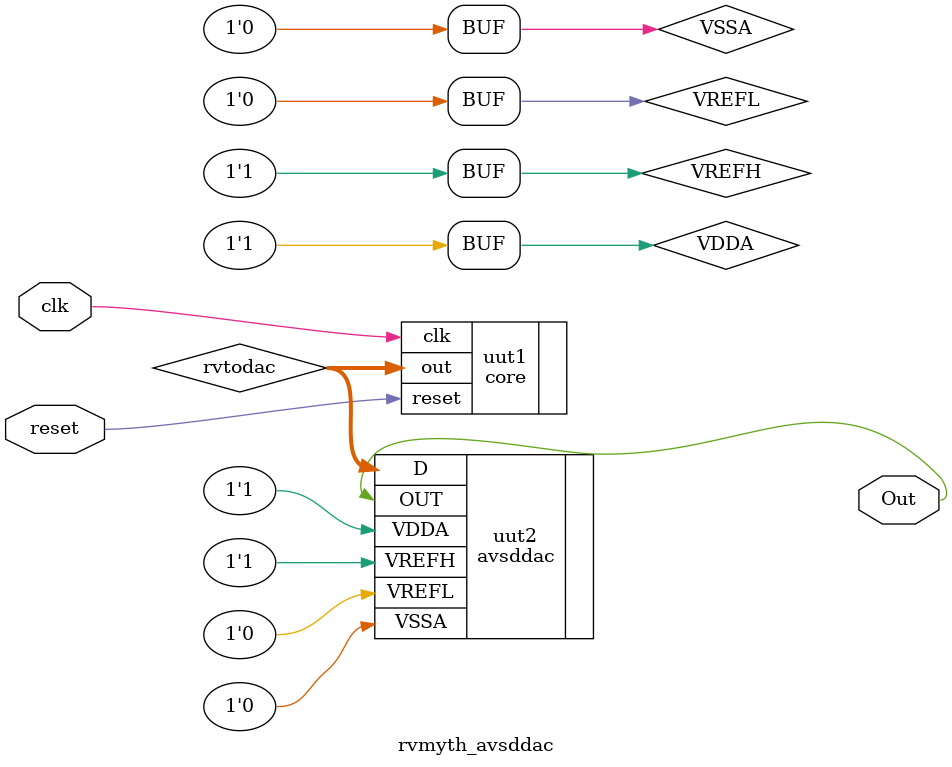
<source format=v>
`include "mythcore_test.v"
module rvmyth_avsddac( clk, reset, Out);
input clk, reset;
output Out;
//wire real Out;

wire [9:0] rvtodac;
//wire real VSSA, VDDA, VREFL, VREFH;

 

//assign VDD = 1.8;
assign VDDA = 3.3;
assign VREFH = 3.3;
assign VREFL = 0.0;
//assign VSS = 0.0;
assign VSSA = 0.0;
//assign EN=1;



core uut1 ( .clk(clk), .reset(reset), .out(rvtodac));

avsddac uut2 ( .OUT(Out), .D(rvtodac), .VDDA(VDDA), .VREFH(VREFH), .VREFL(VREFL), .VSSA(VSSA) );


endmodule

</source>
